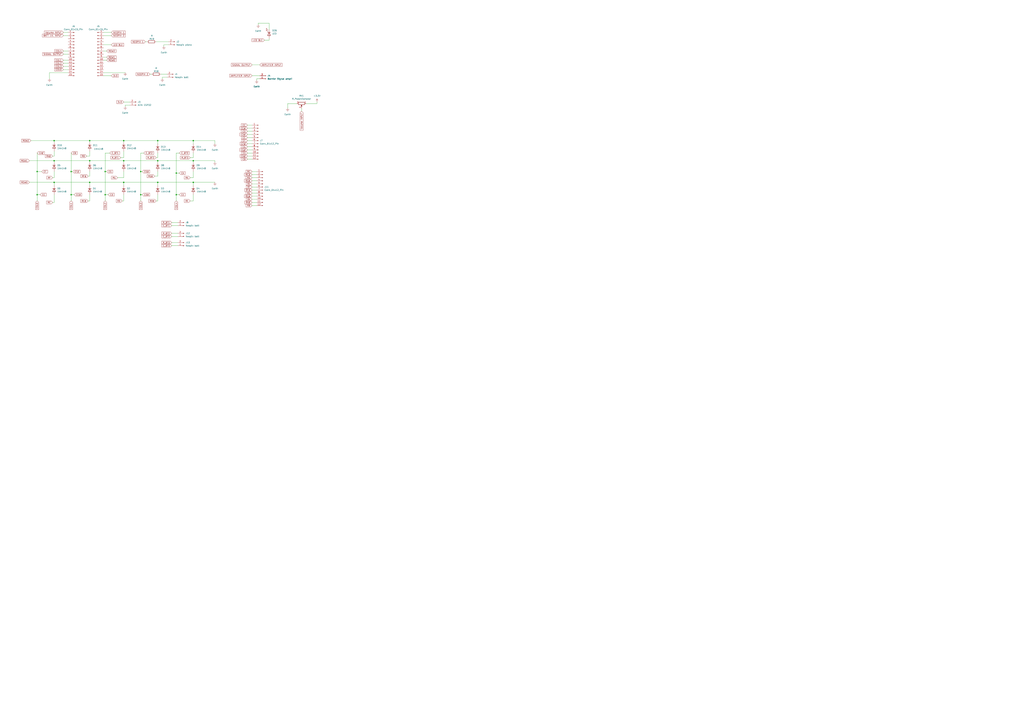
<source format=kicad_sch>
(kicad_sch (version 20231120) (generator "eeschema") (generator_version "8.0")
  (paper "A1")
  (lib_symbols
    (symbol "Connector:Conn_01x02_Pin" (pin_names (offset 1.016) hide)
      (property "Reference" "J" (at 0 2.54 0))
      (property "Value" "Conn_01x02_Pin" (at 0 -5.08 0))
      (symbol "Conn_01x02_Pin_1_1"
        (polyline (pts (xy 1.27 -2.54) (xy 0.8636 -2.54)) (stroke (width 0.1524)))
        (polyline (pts (xy 1.27 0) (xy 0.8636 0)) (stroke (width 0.1524)))
        (rectangle (start 0.8636 -2.413) (end 0 -2.667) (stroke (width 0.1524)) (fill (type outline)))
        (rectangle (start 0.8636 0.127) (end 0 -0.127) (stroke (width 0.1524)) (fill (type outline)))
        (pin passive line (at 5.08 0 180) (length 3.81) (name "Pin_1") (number "1"))
        (pin passive line (at 5.08 -2.54 180) (length 3.81) (name "Pin_2") (number "2"))
      )
    )
    (symbol "Connector:Conn_01x12_Pin" (pin_names (offset 1.016) hide)
      (property "Reference" "J" (at 0 15.24 0))
      (property "Value" "Conn_01x12_Pin" (at 0 -17.78 0))
      (symbol "Conn_01x12_Pin_1_1"
        (polyline (pts (xy 1.27 -15.24) (xy 0.8636 -15.24)) (stroke (width 0.1524)))
        (polyline (pts (xy 1.27 -12.7) (xy 0.8636 -12.7)) (stroke (width 0.1524)))
        (polyline (pts (xy 1.27 -10.16) (xy 0.8636 -10.16)) (stroke (width 0.1524)))
        (polyline (pts (xy 1.27 -7.62) (xy 0.8636 -7.62)) (stroke (width 0.1524)))
        (polyline (pts (xy 1.27 -5.08) (xy 0.8636 -5.08)) (stroke (width 0.1524)))
        (polyline (pts (xy 1.27 -2.54) (xy 0.8636 -2.54)) (stroke (width 0.1524)))
        (polyline (pts (xy 1.27 0) (xy 0.8636 0)) (stroke (width 0.1524)))
        (polyline (pts (xy 1.27 2.54) (xy 0.8636 2.54)) (stroke (width 0.1524)))
        (polyline (pts (xy 1.27 5.08) (xy 0.8636 5.08)) (stroke (width 0.1524)))
        (polyline (pts (xy 1.27 7.62) (xy 0.8636 7.62)) (stroke (width 0.1524)))
        (polyline (pts (xy 1.27 10.16) (xy 0.8636 10.16)) (stroke (width 0.1524)))
        (polyline (pts (xy 1.27 12.7) (xy 0.8636 12.7)) (stroke (width 0.1524)))
        (rectangle (start 0.8636 -15.113) (end 0 -15.367) (stroke (width 0.1524)) (fill (type outline)))
        (rectangle (start 0.8636 -12.573) (end 0 -12.827) (stroke (width 0.1524)) (fill (type outline)))
        (rectangle (start 0.8636 -10.033) (end 0 -10.287) (stroke (width 0.1524)) (fill (type outline)))
        (rectangle (start 0.8636 -7.493) (end 0 -7.747) (stroke (width 0.1524)) (fill (type outline)))
        (rectangle (start 0.8636 -4.953) (end 0 -5.207) (stroke (width 0.1524)) (fill (type outline)))
        (rectangle (start 0.8636 -2.413) (end 0 -2.667) (stroke (width 0.1524)) (fill (type outline)))
        (rectangle (start 0.8636 0.127) (end 0 -0.127) (stroke (width 0.1524)) (fill (type outline)))
        (rectangle (start 0.8636 2.667) (end 0 2.413) (stroke (width 0.1524)) (fill (type outline)))
        (rectangle (start 0.8636 5.207) (end 0 4.953) (stroke (width 0.1524)) (fill (type outline)))
        (rectangle (start 0.8636 7.747) (end 0 7.493) (stroke (width 0.1524)) (fill (type outline)))
        (rectangle (start 0.8636 10.287) (end 0 10.033) (stroke (width 0.1524)) (fill (type outline)))
        (rectangle (start 0.8636 12.827) (end 0 12.573) (stroke (width 0.1524)) (fill (type outline)))
        (pin passive line (at 5.08 12.7 180) (length 3.81) (name "Pin_1") (number "1"))
        (pin passive line (at 5.08 -10.16 180) (length 3.81) (name "Pin_10") (number "10"))
        (pin passive line (at 5.08 -12.7 180) (length 3.81) (name "Pin_11") (number "11"))
        (pin passive line (at 5.08 -15.24 180) (length 3.81) (name "Pin_12") (number "12"))
        (pin passive line (at 5.08 10.16 180) (length 3.81) (name "Pin_2") (number "2"))
        (pin passive line (at 5.08 7.62 180) (length 3.81) (name "Pin_3") (number "3"))
        (pin passive line (at 5.08 5.08 180) (length 3.81) (name "Pin_4") (number "4"))
        (pin passive line (at 5.08 2.54 180) (length 3.81) (name "Pin_5") (number "5"))
        (pin passive line (at 5.08 0 180) (length 3.81) (name "Pin_6") (number "6"))
        (pin passive line (at 5.08 -2.54 180) (length 3.81) (name "Pin_7") (number "7"))
        (pin passive line (at 5.08 -5.08 180) (length 3.81) (name "Pin_8") (number "8"))
        (pin passive line (at 5.08 -7.62 180) (length 3.81) (name "Pin_9") (number "9"))
      )
    )
    (symbol "Connector:Conn_01x15_Pin" (pin_names (offset 1.016) hide)
      (property "Reference" "J" (at 0 20.32 0))
      (property "Value" "Conn_01x15_Pin" (at 0 -20.32 0))
      (symbol "Conn_01x15_Pin_1_1"
        (polyline (pts (xy 1.27 -17.78) (xy 0.8636 -17.78)) (stroke (width 0.1524)))
        (polyline (pts (xy 1.27 -15.24) (xy 0.8636 -15.24)) (stroke (width 0.1524)))
        (polyline (pts (xy 1.27 -12.7) (xy 0.8636 -12.7)) (stroke (width 0.1524)))
        (polyline (pts (xy 1.27 -10.16) (xy 0.8636 -10.16)) (stroke (width 0.1524)))
        (polyline (pts (xy 1.27 -7.62) (xy 0.8636 -7.62)) (stroke (width 0.1524)))
        (polyline (pts (xy 1.27 -5.08) (xy 0.8636 -5.08)) (stroke (width 0.1524)))
        (polyline (pts (xy 1.27 -2.54) (xy 0.8636 -2.54)) (stroke (width 0.1524)))
        (polyline (pts (xy 1.27 0) (xy 0.8636 0)) (stroke (width 0.1524)))
        (polyline (pts (xy 1.27 2.54) (xy 0.8636 2.54)) (stroke (width 0.1524)))
        (polyline (pts (xy 1.27 5.08) (xy 0.8636 5.08)) (stroke (width 0.1524)))
        (polyline (pts (xy 1.27 7.62) (xy 0.8636 7.62)) (stroke (width 0.1524)))
        (polyline (pts (xy 1.27 10.16) (xy 0.8636 10.16)) (stroke (width 0.1524)))
        (polyline (pts (xy 1.27 12.7) (xy 0.8636 12.7)) (stroke (width 0.1524)))
        (polyline (pts (xy 1.27 15.24) (xy 0.8636 15.24)) (stroke (width 0.1524)))
        (polyline (pts (xy 1.27 17.78) (xy 0.8636 17.78)) (stroke (width 0.1524)))
        (rectangle (start 0.8636 -17.653) (end 0 -17.907) (stroke (width 0.1524)) (fill (type outline)))
        (rectangle (start 0.8636 -15.113) (end 0 -15.367) (stroke (width 0.1524)) (fill (type outline)))
        (rectangle (start 0.8636 -12.573) (end 0 -12.827) (stroke (width 0.1524)) (fill (type outline)))
        (rectangle (start 0.8636 -10.033) (end 0 -10.287) (stroke (width 0.1524)) (fill (type outline)))
        (rectangle (start 0.8636 -7.493) (end 0 -7.747) (stroke (width 0.1524)) (fill (type outline)))
        (rectangle (start 0.8636 -4.953) (end 0 -5.207) (stroke (width 0.1524)) (fill (type outline)))
        (rectangle (start 0.8636 -2.413) (end 0 -2.667) (stroke (width 0.1524)) (fill (type outline)))
        (rectangle (start 0.8636 0.127) (end 0 -0.127) (stroke (width 0.1524)) (fill (type outline)))
        (rectangle (start 0.8636 2.667) (end 0 2.413) (stroke (width 0.1524)) (fill (type outline)))
        (rectangle (start 0.8636 5.207) (end 0 4.953) (stroke (width 0.1524)) (fill (type outline)))
        (rectangle (start 0.8636 7.747) (end 0 7.493) (stroke (width 0.1524)) (fill (type outline)))
        (rectangle (start 0.8636 10.287) (end 0 10.033) (stroke (width 0.1524)) (fill (type outline)))
        (rectangle (start 0.8636 12.827) (end 0 12.573) (stroke (width 0.1524)) (fill (type outline)))
        (rectangle (start 0.8636 15.367) (end 0 15.113) (stroke (width 0.1524)) (fill (type outline)))
        (rectangle (start 0.8636 17.907) (end 0 17.653) (stroke (width 0.1524)) (fill (type outline)))
        (pin passive line (at 5.08 17.78 180) (length 3.81) (name "Pin_1") (number "1"))
        (pin passive line (at 5.08 -5.08 180) (length 3.81) (name "Pin_10") (number "10"))
        (pin passive line (at 5.08 -7.62 180) (length 3.81) (name "Pin_11") (number "11"))
        (pin passive line (at 5.08 -10.16 180) (length 3.81) (name "Pin_12") (number "12"))
        (pin passive line (at 5.08 -12.7 180) (length 3.81) (name "Pin_13") (number "13"))
        (pin passive line (at 5.08 -15.24 180) (length 3.81) (name "Pin_14") (number "14"))
        (pin passive line (at 5.08 -17.78 180) (length 3.81) (name "Pin_15") (number "15"))
        (pin passive line (at 5.08 15.24 180) (length 3.81) (name "Pin_2") (number "2"))
        (pin passive line (at 5.08 12.7 180) (length 3.81) (name "Pin_3") (number "3"))
        (pin passive line (at 5.08 10.16 180) (length 3.81) (name "Pin_4") (number "4"))
        (pin passive line (at 5.08 7.62 180) (length 3.81) (name "Pin_5") (number "5"))
        (pin passive line (at 5.08 5.08 180) (length 3.81) (name "Pin_6") (number "6"))
        (pin passive line (at 5.08 2.54 180) (length 3.81) (name "Pin_7") (number "7"))
        (pin passive line (at 5.08 0 180) (length 3.81) (name "Pin_8") (number "8"))
        (pin passive line (at 5.08 -2.54 180) (length 3.81) (name "Pin_9") (number "9"))
      )
    )
    (symbol "Device:LED" (pin_numbers hide) (pin_names (offset 1.016) hide)
      (property "Reference" "D" (at 0 2.54 0))
      (property "Value" "LED" (at 0 -2.54 0))
      (symbol "LED_0_1"
        (polyline (pts (xy -1.27 -1.27) (xy -1.27 1.27)) (stroke (width 0.254)))
        (polyline (pts (xy -1.27 0) (xy 1.27 0)))
        (polyline (pts (xy 1.27 -1.27) (xy 1.27 1.27) (xy -1.27 0) (xy 1.27 -1.27)) (stroke (width 0.254)))
        (polyline (pts (xy -3.048 -0.762) (xy -4.572 -2.286) (xy -3.81 -2.286) (xy -4.572 -2.286) (xy -4.572 -1.524)))
        (polyline (pts (xy -1.778 -0.762) (xy -3.302 -2.286) (xy -2.54 -2.286) (xy -3.302 -2.286) (xy -3.302 -1.524)))
      )
      (symbol "LED_1_1"
        (pin passive line (at -3.81 0 0) (length 2.54) (name "K") (number "1"))
        (pin passive line (at 3.81 0 180) (length 2.54) (name "A") (number "2"))
      )
    )
    (symbol "Device:R" (pin_numbers hide) (pin_names (offset 0))
      (property "Reference" "R" (at 2.032 0 90))
      (property "Value" "R" (at 0 0 90))
      (symbol "R_0_1"
        (rectangle (start -1.016 -2.54) (end 1.016 2.54) (stroke (width 0.254)))
      )
      (symbol "R_1_1"
        (pin passive line (at 0 3.81 270) (length 1.27) (name "~") (number "1"))
        (pin passive line (at 0 -3.81 90) (length 1.27) (name "~") (number "2"))
      )
    )
    (symbol "Device:R_Potentiometer" (pin_names (offset 1.016) hide)
      (property "Reference" "RV" (at -4.445 0 90))
      (property "Value" "R_Potentiometer" (at -2.54 0 90))
      (symbol "R_Potentiometer_0_1"
        (polyline (pts (xy 2.54 0) (xy 1.524 0)))
        (polyline (pts (xy 1.143 0) (xy 2.286 0.508) (xy 2.286 -0.508) (xy 1.143 0)) (fill (type outline)))
        (rectangle (start 1.016 2.54) (end -1.016 -2.54) (stroke (width 0.254)))
      )
      (symbol "R_Potentiometer_1_1"
        (pin passive line (at 0 3.81 270) (length 1.27) (name "1") (number "1"))
        (pin passive line (at 3.81 0 180) (length 1.27) (name "2") (number "2"))
        (pin passive line (at 0 -3.81 90) (length 1.27) (name "3") (number "3"))
      )
    )
    (symbol "Diode:1N4148" (pin_numbers hide) (pin_names hide)
      (property "Reference" "D" (at 0 2.54 0))
      (property "Value" "1N4148" (at 0 -2.54 0))
      (symbol "1N4148_0_1"
        (polyline (pts (xy -1.27 1.27) (xy -1.27 -1.27)) (stroke (width 0.254)))
        (polyline (pts (xy 1.27 0) (xy -1.27 0)))
        (polyline (pts (xy 1.27 1.27) (xy 1.27 -1.27) (xy -1.27 0) (xy 1.27 1.27)) (stroke (width 0.254)))
      )
      (symbol "1N4148_1_1"
        (pin passive line (at -3.81 0 0) (length 2.54) (name "K") (number "1"))
        (pin passive line (at 3.81 0 180) (length 2.54) (name "A") (number "2"))
      )
    )
    (symbol "power:+3.3V" (power) (pin_numbers hide) (pin_names (offset 0) hide)
      (property "Value" "+3.3V" (at 0 3.556 0))
      (symbol "+3.3V_0_1"
        (polyline (pts (xy -0.762 1.27) (xy 0 2.54)))
        (polyline (pts (xy 0 0) (xy 0 2.54)))
        (polyline (pts (xy 0 2.54) (xy 0.762 1.27)))
      )
      (symbol "+3.3V_1_1"
        (pin power_in line (at 0 0 90) (length 0) (name "~") (number "1"))
      )
    )
    (symbol "power:Earth" (power) (pin_numbers hide) (pin_names (offset 0) hide)
      (property "Value" "Earth" (at 0 -3.81 0))
      (symbol "Earth_0_1"
        (polyline (pts (xy -0.635 -1.905) (xy 0.635 -1.905)))
        (polyline (pts (xy -0.127 -2.54) (xy 0.127 -2.54)))
        (polyline (pts (xy 0 -1.27) (xy 0 0)))
        (polyline (pts (xy 1.27 -1.27) (xy -1.27 -1.27)))
      )
      (symbol "Earth_1_1"
        (pin power_in line (at 0 0 270) (length 0) (name "~") (number "1"))
      )
    )
  )
  (junction (at 30.48 160.02))
  (junction (at 101.6 149.86))
  (junction (at 44.45 149.86))
  (junction (at 129.54 149.86))
  (junction (at 101.6 115.57))
  (junction (at 158.75 149.86))
  (junction (at 58.42 140.97))
  (junction (at 44.45 132.08))
  (junction (at 115.57 160.02))
  (junction (at 86.36 160.02))
  (junction (at 73.66 132.08))
  (junction (at 86.36 140.97))
  (junction (at 115.57 140.97))
  (junction (at 101.6 132.08))
  (junction (at 158.75 115.57))
  (junction (at 73.66 149.86))
  (junction (at 73.66 115.57))
  (junction (at 144.78 160.02))
  (junction (at 44.45 115.57))
  (junction (at 144.78 142.24))
  (junction (at 129.54 115.57))
  (junction (at 158.75 132.08))
  (junction (at 129.54 132.08))
  (junction (at 30.48 140.97))
  (junction (at 58.42 160.02))
  (wire (pts (xy 260.35 83.82) (xy 260.35 85.09)))
  (wire (pts (xy 85.09 41.91) (xy 87.63 41.91)))
  (wire (pts (xy 44.45 166.37) (xy 43.18 166.37)))
  (wire (pts (xy 73.66 160.02) (xy 73.66 165.1)))
  (wire (pts (xy 132.08 60.96) (xy 137.16 60.96)))
  (wire (pts (xy 129.54 115.57) (xy 101.6 115.57)))
  (wire (pts (xy 158.75 165.1) (xy 156.21 165.1)))
  (wire (pts (xy 144.78 160.02) (xy 144.78 165.1)))
  (wire (pts (xy 55.88 26.67) (xy 52.07 26.67)))
  (wire (pts (xy 52.07 57.15) (xy 55.88 57.15)))
  (wire (pts (xy 73.66 144.78) (xy 72.39 144.78)))
  (wire (pts (xy 207.01 163.83) (xy 210.82 163.83)))
  (wire (pts (xy 73.66 149.86) (xy 101.6 149.86)))
  (wire (pts (xy 158.75 146.05) (xy 156.21 146.05)))
  (wire (pts (xy 203.2 113.03) (xy 207.01 113.03)))
  (wire (pts (xy 140.97 182.88) (xy 146.05 182.88)))
  (wire (pts (xy 207.01 161.29) (xy 210.82 161.29)))
  (wire (pts (xy 44.45 160.02) (xy 44.45 166.37)))
  (wire (pts (xy 44.45 133.35) (xy 44.45 132.08)))
  (wire (pts (xy 52.07 52.07) (xy 55.88 52.07)))
  (wire (pts (xy 101.6 165.1) (xy 100.33 165.1)))
  (wire (pts (xy 140.97 201.93) (xy 146.05 201.93)))
  (wire (pts (xy 129.54 152.4) (xy 129.54 149.86)))
  (wire (pts (xy 220.98 19.05) (xy 220.98 24.13)))
  (wire (pts (xy 115.57 160.02) (xy 116.84 160.02)))
  (wire (pts (xy 40.64 59.69) (xy 40.64 64.77)))
  (wire (pts (xy 158.75 125.73) (xy 158.75 129.54)))
  (wire (pts (xy 24.13 149.86) (xy 44.45 149.86)))
  (wire (pts (xy 44.45 115.57) (xy 73.66 115.57)))
  (wire (pts (xy 115.57 125.73) (xy 118.11 125.73)))
  (wire (pts (xy 207.01 156.21) (xy 210.82 156.21)))
  (wire (pts (xy 207.01 140.97) (xy 210.82 140.97)))
  (wire (pts (xy 203.2 123.19) (xy 207.01 123.19)))
  (wire (pts (xy 85.09 46.99) (xy 87.63 46.99)))
  (wire (pts (xy 73.66 128.27) (xy 71.12 128.27)))
  (wire (pts (xy 207.01 166.37) (xy 210.82 166.37)))
  (wire (pts (xy 203.2 125.73) (xy 207.01 125.73)))
  (wire (pts (xy 102.87 87.63) (xy 102.87 86.36)))
  (wire (pts (xy 73.66 116.84) (xy 73.66 115.57)))
  (wire (pts (xy 52.07 54.61) (xy 55.88 54.61)))
  (wire (pts (xy 85.09 26.67) (xy 91.44 26.67)))
  (wire (pts (xy 86.36 125.73) (xy 90.17 125.73)))
  (wire (pts (xy 101.6 83.82) (xy 106.68 83.82)))
  (wire (pts (xy 129.54 165.1) (xy 128.27 165.1)))
  (wire (pts (xy 24.13 132.08) (xy 44.45 132.08)))
  (wire (pts (xy 101.6 124.46) (xy 101.6 129.54)))
  (wire (pts (xy 207.01 153.67) (xy 210.82 153.67)))
  (wire (pts (xy 85.09 62.23) (xy 91.44 62.23)))
  (wire (pts (xy 73.66 133.35) (xy 73.66 132.08)))
  (wire (pts (xy 85.09 59.69) (xy 102.87 59.69)))
  (wire (pts (xy 129.54 129.54) (xy 128.27 129.54)))
  (wire (pts (xy 44.45 149.86) (xy 73.66 149.86)))
  (wire (pts (xy 158.75 140.97) (xy 158.75 146.05)))
  (wire (pts (xy 101.6 129.54) (xy 99.06 129.54)))
  (wire (pts (xy 52.07 49.53) (xy 55.88 49.53)))
  (wire (pts (xy 129.54 125.73) (xy 129.54 129.54)))
  (wire (pts (xy 101.6 140.97) (xy 101.6 146.05)))
  (wire (pts (xy 147.32 142.24) (xy 144.78 142.24)))
  (wire (pts (xy 158.75 152.4) (xy 158.75 149.86)))
  (wire (pts (xy 207.01 146.05) (xy 210.82 146.05)))
  (wire (pts (xy 203.2 128.27) (xy 207.01 128.27)))
  (wire (pts (xy 86.36 125.73) (xy 86.36 140.97)))
  (wire (pts (xy 85.09 29.21) (xy 91.44 29.21)))
  (wire (pts (xy 101.6 160.02) (xy 101.6 165.1)))
  (wire (pts (xy 85.09 36.83) (xy 91.44 36.83)))
  (wire (pts (xy 158.75 133.35) (xy 158.75 132.08)))
  (wire (pts (xy 73.66 149.86) (xy 73.66 152.4)))
  (wire (pts (xy 86.36 160.02) (xy 86.36 165.1)))
  (wire (pts (xy 140.97 191.77) (xy 146.05 191.77)))
  (wire (pts (xy 140.97 194.31) (xy 146.05 194.31)))
  (wire (pts (xy 86.36 160.02) (xy 88.9 160.02)))
  (wire (pts (xy 101.6 132.08) (xy 101.6 133.35)))
  (wire (pts (xy 158.75 149.86) (xy 176.53 149.86)))
  (wire (pts (xy 129.54 133.35) (xy 129.54 132.08)))
  (wire (pts (xy 58.42 160.02) (xy 60.96 160.02)))
  (wire (pts (xy 176.53 118.11) (xy 176.53 115.57)))
  (wire (pts (xy 58.42 125.73) (xy 58.42 140.97)))
  (wire (pts (xy 73.66 165.1) (xy 72.39 165.1)))
  (wire (pts (xy 140.97 199.39) (xy 146.05 199.39)))
  (wire (pts (xy 85.09 49.53) (xy 87.63 49.53)))
  (wire (pts (xy 44.45 128.27) (xy 43.18 128.27)))
  (wire (pts (xy 207.01 151.13) (xy 210.82 151.13)))
  (wire (pts (xy 203.2 105.41) (xy 207.01 105.41)))
  (wire (pts (xy 203.2 118.11) (xy 207.01 118.11)))
  (wire (pts (xy 207.01 62.23) (xy 213.36 62.23)))
  (wire (pts (xy 101.6 149.86) (xy 101.6 152.4)))
  (wire (pts (xy 129.54 132.08) (xy 158.75 132.08)))
  (wire (pts (xy 101.6 115.57) (xy 101.6 116.84)))
  (wire (pts (xy 144.78 125.73) (xy 147.32 125.73)))
  (wire (pts (xy 144.78 125.73) (xy 144.78 142.24)))
  (wire (pts (xy 58.42 160.02) (xy 58.42 165.1)))
  (wire (pts (xy 58.42 140.97) (xy 58.42 160.02)))
  (wire (pts (xy 115.57 140.97) (xy 115.57 160.02)))
  (wire (pts (xy 203.2 102.87) (xy 207.01 102.87)))
  (wire (pts (xy 128.27 34.29) (xy 138.43 34.29)))
  (wire (pts (xy 44.45 116.84) (xy 44.45 115.57)))
  (wire (pts (xy 213.36 64.77) (xy 210.82 64.77)))
  (wire (pts (xy 133.35 63.5) (xy 137.16 63.5)))
  (wire (pts (xy 52.07 29.21) (xy 55.88 29.21)))
  (wire (pts (xy 220.98 31.75) (xy 220.98 33.02)))
  (wire (pts (xy 86.36 140.97) (xy 87.63 140.97)))
  (wire (pts (xy 144.78 142.24) (xy 144.78 160.02)))
  (wire (pts (xy 203.2 110.49) (xy 207.01 110.49)))
  (wire (pts (xy 86.36 140.97) (xy 86.36 160.02)))
  (wire (pts (xy 44.45 140.97) (xy 44.45 146.05)))
  (wire (pts (xy 203.2 115.57) (xy 207.01 115.57)))
  (wire (pts (xy 207.01 148.59) (xy 210.82 148.59)))
  (wire (pts (xy 123.19 60.96) (xy 124.46 60.96)))
  (wire (pts (xy 236.22 85.09) (xy 243.84 85.09)))
  (wire (pts (xy 203.2 107.95) (xy 207.01 107.95)))
  (wire (pts (xy 115.57 160.02) (xy 115.57 165.1)))
  (wire (pts (xy 30.48 140.97) (xy 34.29 140.97)))
  (wire (pts (xy 129.54 140.97) (xy 129.54 144.78)))
  (wire (pts (xy 158.75 129.54) (xy 156.21 129.54)))
  (wire (pts (xy 158.75 115.57) (xy 158.75 118.11)))
  (wire (pts (xy 44.45 149.86) (xy 44.45 152.4)))
  (wire (pts (xy 115.57 125.73) (xy 115.57 140.97)))
  (wire (pts (xy 33.02 160.02) (xy 30.48 160.02)))
  (wire (pts (xy 30.48 125.73) (xy 30.48 140.97)))
  (wire (pts (xy 220.98 33.02) (xy 217.17 33.02)))
  (wire (pts (xy 129.54 149.86) (xy 158.75 149.86)))
  (wire (pts (xy 140.97 185.42) (xy 146.05 185.42)))
  (wire (pts (xy 102.87 86.36) (xy 106.68 86.36)))
  (wire (pts (xy 119.38 34.29) (xy 120.65 34.29)))
  (wire (pts (xy 73.66 115.57) (xy 101.6 115.57)))
  (wire (pts (xy 44.45 115.57) (xy 25.4 115.57)))
  (wire (pts (xy 133.35 64.77) (xy 133.35 63.5)))
  (wire (pts (xy 30.48 140.97) (xy 30.48 160.02)))
  (wire (pts (xy 203.2 120.65) (xy 207.01 120.65)))
  (wire (pts (xy 44.45 146.05) (xy 43.18 146.05)))
  (wire (pts (xy 101.6 146.05) (xy 96.52 146.05)))
  (wire (pts (xy 207.01 53.34) (xy 213.36 53.34)))
  (wire (pts (xy 129.54 160.02) (xy 129.54 165.1)))
  (wire (pts (xy 30.48 160.02) (xy 30.48 165.1)))
  (wire (pts (xy 129.54 115.57) (xy 158.75 115.57)))
  (wire (pts (xy 44.45 132.08) (xy 73.66 132.08)))
  (wire (pts (xy 236.22 85.09) (xy 236.22 88.9)))
  (wire (pts (xy 52.07 41.91) (xy 55.88 41.91)))
  (wire (pts (xy 129.54 115.57) (xy 129.54 118.11)))
  (wire (pts (xy 101.6 132.08) (xy 129.54 132.08)))
  (wire (pts (xy 59.69 140.97) (xy 58.42 140.97)))
  (wire (pts (xy 134.62 36.83) (xy 134.62 38.1)))
  (wire (pts (xy 176.53 133.35) (xy 176.53 132.08)))
  (wire (pts (xy 176.53 132.08) (xy 158.75 132.08)))
  (wire (pts (xy 73.66 132.08) (xy 101.6 132.08)))
  (wire (pts (xy 52.07 44.45) (xy 55.88 44.45)))
  (wire (pts (xy 247.65 88.9) (xy 247.65 91.44)))
  (wire (pts (xy 55.88 59.69) (xy 40.64 59.69)))
  (wire (pts (xy 101.6 149.86) (xy 129.54 149.86)))
  (wire (pts (xy 212.09 19.05) (xy 212.09 20.32)))
  (wire (pts (xy 207.01 158.75) (xy 210.82 158.75)))
  (wire (pts (xy 73.66 140.97) (xy 73.66 144.78)))
  (wire (pts (xy 138.43 36.83) (xy 134.62 36.83)))
  (wire (pts (xy 203.2 130.81) (xy 207.01 130.81)))
  (wire (pts (xy 144.78 160.02) (xy 147.32 160.02)))
  (wire (pts (xy 207.01 168.91) (xy 210.82 168.91)))
  (wire (pts (xy 210.82 64.77) (xy 210.82 66.04)))
  (wire (pts (xy 207.01 143.51) (xy 210.82 143.51)))
  (wire (pts (xy 116.84 140.97) (xy 115.57 140.97)))
  (wire (pts (xy 44.45 124.46) (xy 44.45 128.27)))
  (wire (pts (xy 73.66 124.46) (xy 73.66 128.27)))
  (wire (pts (xy 176.53 115.57) (xy 158.75 115.57)))
  (wire (pts (xy 158.75 160.02) (xy 158.75 165.1)))
  (wire (pts (xy 129.54 144.78) (xy 127 144.78)))
  (wire (pts (xy 212.09 19.05) (xy 220.98 19.05)))
  (wire (pts (xy 251.46 85.09) (xy 260.35 85.09)))
  (global_label "CE" (shape input) (at 147.32 160.02 0) (property "Intersheetrefs" "${INTERSHEET_REFS}" (effects (hide yes))))
  (global_label "RA" (shape input) (at 207.01 163.83 180) (property "Intersheetrefs" "${INTERSHEET_REFS}" (effects (hide yes))))
  (global_label "RF" (shape input) (at 43.18 146.05 180) (property "Intersheetrefs" "${INTERSHEET_REFS}" (effects (hide yes))))
  (global_label "RG" (shape input) (at 96.52 146.05 180) (property "Intersheetrefs" "${INTERSHEET_REFS}" (effects (hide yes))))
  (global_label "CG#" (shape input) (at 203.2 123.19 180) (property "Intersheetrefs" "${INTERSHEET_REFS}" (effects (hide yes))))
  (global_label "COL4" (shape input) (at 52.07 41.91 180) (property "Intersheetrefs" "${INTERSHEET_REFS}" (effects (hide yes))))
  (global_label "RA#" (shape input) (at 43.18 128.27 180) (property "Intersheetrefs" "${INTERSHEET_REFS}" (effects (hide yes))))
  (global_label "C_BT1" (shape input) (at 90.17 125.73 0) (property "Intersheetrefs" "${INTERSHEET_REFS}" (effects (hide yes))))
  (global_label "R_BT3" (shape input) (at 140.97 199.39 180) (property "Intersheetrefs" "${INTERSHEET_REFS}" (effects (hide yes))))
  (global_label "LED BLE" (shape input) (at 91.44 36.83 0) (property "Intersheetrefs" "${INTERSHEET_REFS}" (effects (hide yes))))
  (global_label "COL0" (shape input) (at 30.48 165.1 270) (property "Intersheetrefs" "${INTERSHEET_REFS}" (effects (hide yes))))
  (global_label "CE" (shape input) (at 203.2 113.03 180) (property "Intersheetrefs" "${INTERSHEET_REFS}" (effects (hide yes))))
  (global_label "RE" (shape input) (at 207.01 151.13 180) (property "Intersheetrefs" "${INTERSHEET_REFS}" (effects (hide yes))))
  (global_label "CB" (shape input) (at 203.2 130.81 180) (property "Intersheetrefs" "${INTERSHEET_REFS}" (effects (hide yes))))
  (global_label "ROW2" (shape input) (at 25.4 115.57 180) (property "Intersheetrefs" "${INTERSHEET_REFS}" (effects (hide yes))))
  (global_label "AMPLIFIER INPUT" (shape input) (at 213.36 53.34 0) (property "Intersheetrefs" "${INTERSHEET_REFS}" (effects (hide yes))))
  (global_label "CG" (shape input) (at 203.2 120.65 180) (property "Intersheetrefs" "${INTERSHEET_REFS}" (effects (hide yes))))
  (global_label "CG#" (shape input) (at 116.84 140.97 0) (property "Intersheetrefs" "${INTERSHEET_REFS}" (effects (hide yes))))
  (global_label "R_BT2" (shape input) (at 128.27 129.54 180) (property "Intersheetrefs" "${INTERSHEET_REFS}" (effects (hide yes))))
  (global_label "R_BT1" (shape input) (at 140.97 182.88 180) (property "Intersheetrefs" "${INTERSHEET_REFS}" (effects (hide yes))))
  (global_label "RC" (shape input) (at 43.18 166.37 180) (property "Intersheetrefs" "${INTERSHEET_REFS}" (effects (hide yes))))
  (global_label "ROW0" (shape input) (at 24.13 149.86 180) (property "Intersheetrefs" "${INTERSHEET_REFS}" (effects (hide yes))))
  (global_label "RB" (shape input) (at 71.12 128.27 180) (property "Intersheetrefs" "${INTERSHEET_REFS}" (effects (hide yes))))
  (global_label "RG#" (shape input) (at 207.01 161.29 180) (property "Intersheetrefs" "${INTERSHEET_REFS}" (effects (hide yes))))
  (global_label "BATT LVL INPUT" (shape input) (at 52.07 29.21 180) (property "Intersheetrefs" "${INTERSHEET_REFS}" (effects (hide yes))))
  (global_label "RF#" (shape input) (at 72.39 144.78 180) (property "Intersheetrefs" "${INTERSHEET_REFS}" (effects (hide yes))))
  (global_label "CD#" (shape input) (at 116.84 160.02 0) (property "Intersheetrefs" "${INTERSHEET_REFS}" (effects (hide yes))))
  (global_label "RA" (shape input) (at 156.21 146.05 180) (property "Intersheetrefs" "${INTERSHEET_REFS}" (effects (hide yes))))
  (global_label "CF#" (shape input) (at 59.69 140.97 0) (property "Intersheetrefs" "${INTERSHEET_REFS}" (effects (hide yes))))
  (global_label "RC#" (shape input) (at 207.01 143.51 180) (property "Intersheetrefs" "${INTERSHEET_REFS}" (effects (hide yes))))
  (global_label "Volume INPUT" (shape input) (at 52.07 26.67 180) (property "Intersheetrefs" "${INTERSHEET_REFS}" (effects (hide yes))))
  (global_label "Volume INPUT" (shape input) (at 247.65 91.44 270) (property "Intersheetrefs" "${INTERSHEET_REFS}" (effects (hide yes))))
  (global_label "C_BT3" (shape input) (at 140.97 201.93 180) (property "Intersheetrefs" "${INTERSHEET_REFS}" (effects (hide yes))))
  (global_label "NEOPIX 2" (shape input) (at 123.19 60.96 180) (property "Intersheetrefs" "${INTERSHEET_REFS}" (effects (hide yes))))
  (global_label "CA" (shape input) (at 147.32 142.24 0) (property "Intersheetrefs" "${INTERSHEET_REFS}" (effects (hide yes))))
  (global_label "R_BT1" (shape input) (at 99.06 129.54 180) (property "Intersheetrefs" "${INTERSHEET_REFS}" (effects (hide yes))))
  (global_label "R_BT2" (shape input) (at 140.97 191.77 180) (property "Intersheetrefs" "${INTERSHEET_REFS}" (effects (hide yes))))
  (global_label "CC" (shape input) (at 203.2 102.87 180) (property "Intersheetrefs" "${INTERSHEET_REFS}" (effects (hide yes))))
  (global_label "RD#" (shape input) (at 128.27 165.1 180) (property "Intersheetrefs" "${INTERSHEET_REFS}" (effects (hide yes))))
  (global_label "AMPLIFIER INPUT" (shape input) (at 207.01 62.23 180) (property "Intersheetrefs" "${INTERSHEET_REFS}" (effects (hide yes))))
  (global_label "CA#" (shape input) (at 203.2 128.27 180) (property "Intersheetrefs" "${INTERSHEET_REFS}" (effects (hide yes))))
  (global_label "CF#" (shape input) (at 203.2 118.11 180) (property "Intersheetrefs" "${INTERSHEET_REFS}" (effects (hide yes))))
  (global_label "R_BT3" (shape input) (at 156.21 129.54 180) (property "Intersheetrefs" "${INTERSHEET_REFS}" (effects (hide yes))))
  (global_label "LED BLE" (shape input) (at 217.17 33.02 180) (property "Intersheetrefs" "${INTERSHEET_REFS}" (effects (hide yes))))
  (global_label "COL4" (shape input) (at 144.78 165.1 270) (property "Intersheetrefs" "${INTERSHEET_REFS}" (effects (hide yes))))
  (global_label "CD#" (shape input) (at 203.2 110.49 180) (property "Intersheetrefs" "${INTERSHEET_REFS}" (effects (hide yes))))
  (global_label "COL3" (shape input) (at 115.57 165.1 270) (property "Intersheetrefs" "${INTERSHEET_REFS}" (effects (hide yes))))
  (global_label "CC#" (shape input) (at 203.2 105.41 180) (property "Intersheetrefs" "${INTERSHEET_REFS}" (effects (hide yes))))
  (global_label "COL0" (shape input) (at 52.07 57.15 180) (property "Intersheetrefs" "${INTERSHEET_REFS}" (effects (hide yes))))
  (global_label "NEOPIX 2" (shape input) (at 91.44 29.21 0) (property "Intersheetrefs" "${INTERSHEET_REFS}" (effects (hide yes))))
  (global_label "ROW1" (shape input) (at 87.63 46.99 0) (property "Intersheetrefs" "${INTERSHEET_REFS}" (effects (hide yes))))
  (global_label "RD#" (shape input) (at 207.01 148.59 180) (property "Intersheetrefs" "${INTERSHEET_REFS}" (effects (hide yes))))
  (global_label "3v3" (shape input) (at 91.44 62.23 0) (property "Intersheetrefs" "${INTERSHEET_REFS}" (effects (hide yes))))
  (global_label "C_BT2" (shape input) (at 140.97 194.31 180) (property "Intersheetrefs" "${INTERSHEET_REFS}" (effects (hide yes))))
  (global_label "RD" (shape input) (at 100.33 165.1 180) (property "Intersheetrefs" "${INTERSHEET_REFS}" (effects (hide yes))))
  (global_label "CA#" (shape input) (at 30.48 125.73 0) (property "Intersheetrefs" "${INTERSHEET_REFS}" (effects (hide yes))))
  (global_label "CD" (shape input) (at 203.2 107.95 180) (property "Intersheetrefs" "${INTERSHEET_REFS}" (effects (hide yes))))
  (global_label "RF" (shape input) (at 207.01 153.67 180) (property "Intersheetrefs" "${INTERSHEET_REFS}" (effects (hide yes))))
  (global_label "SIGNAL OUTPUT" (shape input) (at 52.07 44.45 180) (property "Intersheetrefs" "${INTERSHEET_REFS}" (effects (hide yes))))
  (global_label "NEOPIX 1" (shape input) (at 119.38 34.29 180) (property "Intersheetrefs" "${INTERSHEET_REFS}" (effects (hide yes))))
  (global_label "C_BT2" (shape input) (at 118.11 125.73 0) (property "Intersheetrefs" "${INTERSHEET_REFS}" (effects (hide yes))))
  (global_label "RE" (shape input) (at 156.21 165.1 180) (property "Intersheetrefs" "${INTERSHEET_REFS}" (effects (hide yes))))
  (global_label "RD" (shape input) (at 207.01 146.05 180) (property "Intersheetrefs" "${INTERSHEET_REFS}" (effects (hide yes))))
  (global_label "SIGNAL OUTPUT" (shape input) (at 207.01 53.34 180) (property "Intersheetrefs" "${INTERSHEET_REFS}" (effects (hide yes))))
  (global_label "RC" (shape input) (at 207.01 140.97 180) (property "Intersheetrefs" "${INTERSHEET_REFS}" (effects (hide yes))))
  (global_label "CF" (shape input) (at 34.29 140.97 0) (property "Intersheetrefs" "${INTERSHEET_REFS}" (effects (hide yes))))
  (global_label "RB" (shape input) (at 207.01 168.91 180) (property "Intersheetrefs" "${INTERSHEET_REFS}" (effects (hide yes))))
  (global_label "RF#" (shape input) (at 207.01 156.21 180) (property "Intersheetrefs" "${INTERSHEET_REFS}" (effects (hide yes))))
  (global_label "CA" (shape input) (at 203.2 125.73 180) (property "Intersheetrefs" "${INTERSHEET_REFS}" (effects (hide yes))))
  (global_label "3v3" (shape input) (at 101.6 83.82 180) (property "Intersheetrefs" "${INTERSHEET_REFS}" (effects (hide yes))))
  (global_label "RC#" (shape input) (at 72.39 165.1 180) (property "Intersheetrefs" "${INTERSHEET_REFS}" (effects (hide yes))))
  (global_label "ROW2" (shape input) (at 87.63 41.91 0) (property "Intersheetrefs" "${INTERSHEET_REFS}" (effects (hide yes))))
  (global_label "RG" (shape input) (at 207.01 158.75 180) (property "Intersheetrefs" "${INTERSHEET_REFS}" (effects (hide yes))))
  (global_label "COL2" (shape input) (at 86.36 165.1 270) (property "Intersheetrefs" "${INTERSHEET_REFS}" (effects (hide yes))))
  (global_label "C_BT1" (shape input) (at 140.97 185.42 180) (property "Intersheetrefs" "${INTERSHEET_REFS}" (effects (hide yes))))
  (global_label "COL2" (shape input) (at 52.07 52.07 180) (property "Intersheetrefs" "${INTERSHEET_REFS}" (effects (hide yes))))
  (global_label "CG" (shape input) (at 87.63 140.97 0) (property "Intersheetrefs" "${INTERSHEET_REFS}" (effects (hide yes))))
  (global_label "CC#" (shape input) (at 60.96 160.02 0) (property "Intersheetrefs" "${INTERSHEET_REFS}" (effects (hide yes))))
  (global_label "CD" (shape input) (at 88.9 160.02 0) (property "Intersheetrefs" "${INTERSHEET_REFS}" (effects (hide yes))))
  (global_label "ROW1" (shape input) (at 24.13 132.08 180) (property "Intersheetrefs" "${INTERSHEET_REFS}" (effects (hide yes))))
  (global_label "ROW0" (shape input) (at 87.63 49.53 0) (property "Intersheetrefs" "${INTERSHEET_REFS}" (effects (hide yes))))
  (global_label "COL1" (shape input) (at 58.42 165.1 270) (property "Intersheetrefs" "${INTERSHEET_REFS}" (effects (hide yes))))
  (global_label "COL3" (shape input) (at 52.07 54.61 180) (property "Intersheetrefs" "${INTERSHEET_REFS}" (effects (hide yes))))
  (global_label "CC" (shape input) (at 33.02 160.02 0) (property "Intersheetrefs" "${INTERSHEET_REFS}" (effects (hide yes))))
  (global_label "CF" (shape input) (at 203.2 115.57 180) (property "Intersheetrefs" "${INTERSHEET_REFS}" (effects (hide yes))))
  (global_label "NEOPIX 1" (shape input) (at 91.44 26.67 0) (property "Intersheetrefs" "${INTERSHEET_REFS}" (effects (hide yes))))
  (global_label "C_BT3" (shape input) (at 147.32 125.73 0) (property "Intersheetrefs" "${INTERSHEET_REFS}" (effects (hide yes))))
  (global_label "RG#" (shape input) (at 127 144.78 180) (property "Intersheetrefs" "${INTERSHEET_REFS}" (effects (hide yes))))
  (global_label "CB" (shape input) (at 58.42 125.73 0) (property "Intersheetrefs" "${INTERSHEET_REFS}" (effects (hide yes))))
  (global_label "RA#" (shape input) (at 207.01 166.37 180) (property "Intersheetrefs" "${INTERSHEET_REFS}" (effects (hide yes))))
  (global_label "COL1" (shape input) (at 52.07 49.53 180) (property "Intersheetrefs" "${INTERSHEET_REFS}" (effects (hide yes))))
  (symbol (lib_id "Device:R") (at 124.46 34.29 270) (mirror x) (unit 1)
    (property "Reference" "R19" (at 124.714 32.004 90))
    (property "Value" "R" (at 124.714 29.464 90))
    (property "Footprint" "Resistor_THT:R_Axial_DIN0204_L3.6mm_D1.6mm_P7.62mm_Horizontal" (effects (hide yes)))
    (property "Description" "Resistor" (effects (hide yes)))
  )
  (symbol (lib_id "power:Earth") (at 102.87 59.69 0) (unit 1)
    (property "Reference" "#PWR018" (effects (hide yes)))
    (property "Value" "Earth" (at 102.87 64.77 0))
    (property "Description" "Power symbol creates a global label with name \"Earth\"" (effects (hide yes)))
  )
  (symbol (lib_id "power:Earth") (at 210.82 66.04 0) (unit 1)
    (property "Reference" "#PWR017" (effects (hide yes)))
    (property "Value" "Earth" (at 210.82 71.12 0))
    (property "Description" "Power symbol creates a global label with name \"Earth\"" (effects (hide yes)))
  )
  (symbol (lib_id "Diode:1N4148") (at 129.54 121.92 270) (unit 1)
    (property "Reference" "D13" (at 132.08 120.6499 90) (effects (justify left)))
    (property "Value" "1N4148" (at 132.334 123.19 90) (effects (justify left)))
    (property "Footprint" "Diode_THT:D_DO-35_SOD27_P7.62mm_Horizontal" (effects (hide yes)))
    (property "Datasheet" "https://assets.nexperia.com/documents/data-sheet/1N4148_1N4448.pdf" (effects (hide yes)))
    (property "Description" "100V 0.15A standard switching diode, DO-35" (effects (hide yes)))
    (property "Sim.Device" "D" (effects (hide yes)))
    (property "Sim.Pins" "1=K 2=A" (effects (hide yes)))
  )
  (symbol (lib_id "Diode:1N4148") (at 101.6 120.65 270) (unit 1)
    (property "Reference" "D12" (at 104.14 119.3799 90) (effects (justify left)))
    (property "Value" "1N4148" (at 104.14 121.9199 90) (effects (justify left)))
    (property "Footprint" "Diode_THT:D_DO-35_SOD27_P7.62mm_Horizontal" (effects (hide yes)))
    (property "Datasheet" "https://assets.nexperia.com/documents/data-sheet/1N4148_1N4448.pdf" (effects (hide yes)))
    (property "Description" "100V 0.15A standard switching diode, DO-35" (effects (hide yes)))
    (property "Sim.Device" "D" (effects (hide yes)))
    (property "Sim.Pins" "1=K 2=A" (effects (hide yes)))
  )
  (symbol (lib_id "Connector:Conn_01x02_Pin") (at 143.51 36.83 180) (unit 1)
    (property "Reference" "J2" (at 144.78 34.2899 0) (effects (justify right)))
    (property "Value" "Neopix piano" (at 144.78 36.8299 0) (effects (justify right)))
    (property "Footprint" "Connector:JWT_A3963_1x02_P3.96mm_Vertical" (effects (hide yes)))
    (property "Description" "Generic connector, single row, 01x02, script generated" (effects (hide yes)))
  )
  (symbol (lib_id "power:Earth") (at 212.09 20.32 0) (unit 1)
    (property "Reference" "#PWR015" (effects (hide yes)))
    (property "Value" "Earth" (at 212.09 25.4 0))
    (property "Description" "Power symbol creates a global label with name \"Earth\"" (effects (hide yes)))
  )
  (symbol (lib_id "Diode:1N4148") (at 44.45 156.21 270) (unit 1)
    (property "Reference" "D0" (at 46.99 154.9399 90) (effects (justify left)))
    (property "Value" "1N4148" (at 46.99 157.4799 90) (effects (justify left)))
    (property "Footprint" "Diode_THT:D_DO-35_SOD27_P7.62mm_Horizontal" (effects (hide yes)))
    (property "Datasheet" "https://assets.nexperia.com/documents/data-sheet/1N4148_1N4448.pdf" (effects (hide yes)))
    (property "Description" "100V 0.15A standard switching diode, DO-35" (effects (hide yes)))
    (property "Sim.Device" "D" (effects (hide yes)))
    (property "Sim.Pins" "1=K 2=A" (effects (hide yes)))
  )
  (symbol (lib_id "Connector:Conn_01x02_Pin") (at 111.76 86.36 180) (unit 1)
    (property "Reference" "J3" (at 113.03 83.8199 0) (effects (justify right)))
    (property "Value" "Alim ESP32" (at 113.03 86.3599 0) (effects (justify right)))
    (property "Footprint" "Connector:JWT_A3963_1x02_P3.96mm_Vertical" (effects (hide yes)))
    (property "Description" "Generic connector, single row, 01x02, script generated" (effects (hide yes)))
  )
  (symbol (lib_id "Connector:Conn_01x12_Pin") (at 212.09 115.57 0) (mirror y) (unit 1)
    (property "Reference" "J7" (at 213.36 115.5699 0) (effects (justify right)))
    (property "Value" "Conn_01x12_Pin" (at 213.36 118.1099 0) (effects (justify right)))
    (property "Footprint" "Connector_PinSocket_2.54mm:PinSocket_1x12_P2.54mm_Vertical" (effects (hide yes)))
    (property "Description" "Generic connector, single row, 01x12, script generated" (effects (hide yes)))
  )
  (symbol (lib_id "Connector:Conn_01x12_Pin") (at 215.9 153.67 0) (mirror y) (unit 1)
    (property "Reference" "J11" (at 217.17 153.6699 0) (effects (justify right)))
    (property "Value" "Conn_01x12_Pin" (at 217.17 156.2099 0) (effects (justify right)))
    (property "Footprint" "Connector_PinSocket_2.54mm:PinSocket_1x12_P2.54mm_Vertical" (effects (hide yes)))
    (property "Description" "Generic connector, single row, 01x12, script generated" (effects (hide yes)))
  )
  (symbol (lib_id "power:Earth") (at 176.53 149.86 0) (unit 1)
    (property "Reference" "#PWR05" (effects (hide yes)))
    (property "Value" "Earth" (at 176.53 154.94 0))
    (property "Description" "Power symbol creates a global label with name \"Earth\"" (effects (hide yes)))
  )
  (symbol (lib_id "Diode:1N4148") (at 158.75 156.21 270) (unit 1)
    (property "Reference" "D4" (at 161.29 154.9399 90) (effects (justify left)))
    (property "Value" "1N4148" (at 161.544 157.48 90) (effects (justify left)))
    (property "Footprint" "Diode_THT:D_DO-35_SOD27_P7.62mm_Horizontal" (effects (hide yes)))
    (property "Datasheet" "https://assets.nexperia.com/documents/data-sheet/1N4148_1N4448.pdf" (effects (hide yes)))
    (property "Description" "100V 0.15A standard switching diode, DO-35" (effects (hide yes)))
    (property "Sim.Device" "D" (effects (hide yes)))
    (property "Sim.Pins" "1=K 2=A" (effects (hide yes)))
  )
  (symbol (lib_id "Device:R_Potentiometer") (at 247.65 85.09 270) (unit 1)
    (property "Reference" "RV1" (at 247.65 78.74 90))
    (property "Value" "R_Potentiometer" (at 247.65 81.28 90))
    (property "Footprint" "Potentiometer_THT:Potentiometer_ACP_CA9-H5_Horizontal" (effects (hide yes)))
    (property "Description" "Potentiometer" (effects (hide yes)))
  )
  (symbol (lib_id "Diode:1N4148") (at 129.54 137.16 270) (unit 1)
    (property "Reference" "D8" (at 132.08 135.8899 90) (effects (justify left)))
    (property "Value" "1N4148" (at 132.334 138.43 90) (effects (justify left)))
    (property "Footprint" "Diode_THT:D_DO-35_SOD27_P7.62mm_Horizontal" (effects (hide yes)))
    (property "Datasheet" "https://assets.nexperia.com/documents/data-sheet/1N4148_1N4448.pdf" (effects (hide yes)))
    (property "Description" "100V 0.15A standard switching diode, DO-35" (effects (hide yes)))
    (property "Sim.Device" "D" (effects (hide yes)))
    (property "Sim.Pins" "1=K 2=A" (effects (hide yes)))
  )
  (symbol (lib_id "Diode:1N4148") (at 73.66 137.16 270) (unit 1)
    (property "Reference" "D6" (at 76.2 135.8899 90) (effects (justify left)))
    (property "Value" "1N4148" (at 76.454 138.43 90) (effects (justify left)))
    (property "Footprint" "Diode_THT:D_DO-35_SOD27_P7.62mm_Horizontal" (effects (hide yes)))
    (property "Datasheet" "https://assets.nexperia.com/documents/data-sheet/1N4148_1N4448.pdf" (effects (hide yes)))
    (property "Description" "100V 0.15A standard switching diode, DO-35" (effects (hide yes)))
    (property "Sim.Device" "D" (effects (hide yes)))
    (property "Sim.Pins" "1=K 2=A" (effects (hide yes)))
  )
  (symbol (lib_id "Diode:1N4148") (at 101.6 156.21 270) (unit 1)
    (property "Reference" "D2" (at 104.14 154.9399 90) (effects (justify left)))
    (property "Value" "1N4148" (at 104.14 157.4799 90) (effects (justify left)))
    (property "Footprint" "Diode_THT:D_DO-35_SOD27_P7.62mm_Horizontal" (effects (hide yes)))
    (property "Datasheet" "https://assets.nexperia.com/documents/data-sheet/1N4148_1N4448.pdf" (effects (hide yes)))
    (property "Description" "100V 0.15A standard switching diode, DO-35" (effects (hide yes)))
    (property "Sim.Device" "D" (effects (hide yes)))
    (property "Sim.Pins" "1=K 2=A" (effects (hide yes)))
  )
  (symbol (lib_id "Diode:1N4148") (at 101.6 137.16 270) (unit 1)
    (property "Reference" "D7" (at 104.14 135.8899 90) (effects (justify left)))
    (property "Value" "1N4148" (at 104.394 138.43 90) (effects (justify left)))
    (property "Footprint" "Diode_THT:D_DO-35_SOD27_P7.62mm_Horizontal" (effects (hide yes)))
    (property "Datasheet" "https://assets.nexperia.com/documents/data-sheet/1N4148_1N4448.pdf" (effects (hide yes)))
    (property "Description" "100V 0.15A standard switching diode, DO-35" (effects (hide yes)))
    (property "Sim.Device" "D" (effects (hide yes)))
    (property "Sim.Pins" "1=K 2=A" (effects (hide yes)))
  )
  (symbol (lib_id "power:Earth") (at 176.53 118.11 0) (unit 1)
    (property "Reference" "#PWR03" (effects (hide yes)))
    (property "Value" "Earth" (at 176.53 123.19 0))
    (property "Description" "Power symbol creates a global label with name \"Earth\"" (effects (hide yes)))
  )
  (symbol (lib_id "Connector:Conn_01x15_Pin") (at 80.01 44.45 0) (unit 1)
    (property "Reference" "J5" (at 80.645 21.59 0))
    (property "Value" "Conn_01x15_Pin" (at 80.645 24.13 0))
    (property "Footprint" "Connector_PinHeader_2.54mm:PinHeader_1x15_P2.54mm_Vertical" (effects (hide yes)))
    (property "Description" "Generic connector, single row, 01x15, script generated" (effects (hide yes)))
  )
  (symbol (lib_id "power:+3.3V") (at 260.35 83.82 0) (unit 1)
    (property "Reference" "#PWR08" (effects (hide yes)))
    (property "Value" "+3.3V" (at 260.35 78.74 0))
    (property "Description" "Power symbol creates a global label with name \"+3.3V\"" (effects (hide yes)))
  )
  (symbol (lib_id "power:Earth") (at 133.35 64.77 0) (unit 1)
    (property "Reference" "#PWR019" (effects (hide yes)))
    (property "Value" "Earth" (at 133.35 69.85 0))
    (property "Description" "Power symbol creates a global label with name \"Earth\"" (effects (hide yes)))
  )
  (symbol (lib_id "power:Earth") (at 134.62 38.1 0) (unit 1)
    (property "Reference" "#PWR020" (effects (hide yes)))
    (property "Value" "Earth" (at 134.62 43.18 0))
    (property "Description" "Power symbol creates a global label with name \"Earth\"" (effects (hide yes)))
  )
  (symbol (lib_id "power:Earth") (at 40.64 64.77 0) (unit 1)
    (property "Reference" "#PWR02" (effects (hide yes)))
    (property "Value" "Earth" (at 40.64 69.85 0))
    (property "Description" "Power symbol creates a global label with name \"Earth\"" (effects (hide yes)))
  )
  (symbol (lib_id "Device:LED") (at 220.98 27.94 270) (unit 1)
    (property "Reference" "D26" (at 223.52 25.0824 90) (effects (justify left)))
    (property "Value" "LED" (at 223.52 27.6224 90) (effects (justify left)))
    (property "Footprint" "LED_THT:LED_D3.0mm" (effects (hide yes)))
    (property "Description" "Light emitting diode" (effects (hide yes)))
  )
  (symbol (lib_id "power:Earth") (at 102.87 87.63 0) (unit 1)
    (property "Reference" "#PWR01" (effects (hide yes)))
    (property "Value" "Earth" (at 102.87 92.71 0))
    (property "Description" "Power symbol creates a global label with name \"Earth\"" (effects (hide yes)))
  )
  (symbol (lib_id "Device:R") (at 128.27 60.96 90) (mirror x) (unit 1)
    (property "Reference" "R18" (at 128.27 58.674 90))
    (property "Value" "R" (at 128.27 56.134 90))
    (property "Footprint" "Resistor_THT:R_Axial_DIN0204_L3.6mm_D1.6mm_P7.62mm_Horizontal" (effects (hide yes)))
    (property "Description" "Resistor" (effects (hide yes)))
  )
  (symbol (lib_id "Connector:Conn_01x15_Pin") (at 60.96 44.45 0) (mirror y) (unit 1)
    (property "Reference" "J6" (at 60.325 21.59 0))
    (property "Value" "Conn_01x15_Pin" (at 60.325 24.13 0))
    (property "Footprint" "Connector_PinHeader_2.54mm:PinHeader_1x15_P2.54mm_Vertical" (effects (hide yes)))
    (property "Description" "Generic connector, single row, 01x15, script generated" (effects (hide yes)))
  )
  (symbol (lib_id "Diode:1N4148") (at 158.75 137.16 270) (unit 1)
    (property "Reference" "D9" (at 161.29 135.8899 90) (effects (justify left)))
    (property "Value" "1N4148" (at 161.544 138.43 90) (effects (justify left)))
    (property "Footprint" "Diode_THT:D_DO-35_SOD27_P7.62mm_Horizontal" (effects (hide yes)))
    (property "Datasheet" "https://assets.nexperia.com/documents/data-sheet/1N4148_1N4448.pdf" (effects (hide yes)))
    (property "Description" "100V 0.15A standard switching diode, DO-35" (effects (hide yes)))
    (property "Sim.Device" "D" (effects (hide yes)))
    (property "Sim.Pins" "1=K 2=A" (effects (hide yes)))
  )
  (symbol (lib_id "Connector:Conn_01x02_Pin") (at 218.44 64.77 180) (unit 1)
    (property "Reference" "J4" (at 219.71 62.2299 0) (effects (justify right)))
    (property "Value" "Bornier Signal ampli" (at 219.71 64.7699 0) (effects (justify right)))
    (property "Footprint" "Connector:JWT_A3963_1x02_P3.96mm_Vertical" (effects (hide yes)))
    (property "Description" "Generic connector, single row, 01x02, script generated" (effects (hide yes)))
  )
  (symbol (lib_id "Connector:Conn_01x02_Pin") (at 151.13 185.42 180) (unit 1)
    (property "Reference" "J8" (at 152.4 182.8799 0) (effects (justify right)))
    (property "Value" "Neopix batt" (at 152.4 185.4199 0) (effects (justify right)))
    (property "Footprint" "Connector:JWT_A3963_1x02_P3.96mm_Vertical" (effects (hide yes)))
    (property "Description" "Generic connector, single row, 01x02, script generated" (effects (hide yes)))
  )
  (symbol (lib_id "Diode:1N4148") (at 44.45 137.16 270) (unit 1)
    (property "Reference" "D5" (at 46.99 135.8899 90) (effects (justify left)))
    (property "Value" "1N4148" (at 46.99 138.4299 90) (effects (justify left)))
    (property "Footprint" "Diode_THT:D_DO-35_SOD27_P7.62mm_Horizontal" (effects (hide yes)))
    (property "Datasheet" "https://assets.nexperia.com/documents/data-sheet/1N4148_1N4448.pdf" (effects (hide yes)))
    (property "Description" "100V 0.15A standard switching diode, DO-35" (effects (hide yes)))
    (property "Sim.Device" "D" (effects (hide yes)))
    (property "Sim.Pins" "1=K 2=A" (effects (hide yes)))
  )
  (symbol (lib_id "Diode:1N4148") (at 73.66 120.65 270) (unit 1)
    (property "Reference" "D11" (at 76.2 119.3799 90) (effects (justify left)))
    (property "Value" "1N4148" (at 77.216 122.428 90) (effects (justify left)))
    (property "Footprint" "Diode_THT:D_DO-35_SOD27_P7.62mm_Horizontal" (effects (hide yes)))
    (property "Datasheet" "https://assets.nexperia.com/documents/data-sheet/1N4148_1N4448.pdf" (effects (hide yes)))
    (property "Description" "100V 0.15A standard switching diode, DO-35" (effects (hide yes)))
    (property "Sim.Device" "D" (effects (hide yes)))
    (property "Sim.Pins" "1=K 2=A" (effects (hide yes)))
  )
  (symbol (lib_id "Diode:1N4148") (at 73.66 156.21 270) (unit 1)
    (property "Reference" "D1" (at 76.2 154.9399 90) (effects (justify left)))
    (property "Value" "1N4148" (at 76.2 157.4799 90) (effects (justify left)))
    (property "Footprint" "Diode_THT:D_DO-35_SOD27_P7.62mm_Horizontal" (effects (hide yes)))
    (property "Datasheet" "https://assets.nexperia.com/documents/data-sheet/1N4148_1N4448.pdf" (effects (hide yes)))
    (property "Description" "100V 0.15A standard switching diode, DO-35" (effects (hide yes)))
    (property "Sim.Device" "D" (effects (hide yes)))
    (property "Sim.Pins" "1=K 2=A" (effects (hide yes)))
  )
  (symbol (lib_id "Connector:Conn_01x02_Pin") (at 151.13 194.31 180) (unit 1)
    (property "Reference" "J12" (at 152.4 191.7699 0) (effects (justify right)))
    (property "Value" "Neopix batt" (at 152.4 194.3099 0) (effects (justify right)))
    (property "Footprint" "Connector:JWT_A3963_1x02_P3.96mm_Vertical" (effects (hide yes)))
    (property "Description" "Generic connector, single row, 01x02, script generated" (effects (hide yes)))
  )
  (symbol (lib_id "power:Earth") (at 236.22 88.9 0) (unit 1)
    (property "Reference" "#PWR09" (effects (hide yes)))
    (property "Value" "Earth" (at 236.22 93.98 0))
    (property "Description" "Power symbol creates a global label with name \"Earth\"" (effects (hide yes)))
  )
  (symbol (lib_id "Connector:Conn_01x02_Pin") (at 142.24 63.5 180) (unit 1)
    (property "Reference" "J1" (at 143.51 60.9599 0) (effects (justify right)))
    (property "Value" "Neopix batt" (at 143.51 63.4999 0) (effects (justify right)))
    (property "Footprint" "Connector:JWT_A3963_1x02_P3.96mm_Vertical" (effects (hide yes)))
    (property "Description" "Generic connector, single row, 01x02, script generated" (effects (hide yes)))
  )
  (symbol (lib_id "power:Earth") (at 176.53 133.35 0) (unit 1)
    (property "Reference" "#PWR04" (effects (hide yes)))
    (property "Value" "Earth" (at 176.53 138.43 0))
    (property "Description" "Power symbol creates a global label with name \"Earth\"" (effects (hide yes)))
  )
  (symbol (lib_id "Diode:1N4148") (at 44.45 120.65 270) (unit 1)
    (property "Reference" "D10" (at 46.99 119.3799 90) (effects (justify left)))
    (property "Value" "1N4148" (at 46.99 121.9199 90) (effects (justify left)))
    (property "Footprint" "Diode_THT:D_DO-35_SOD27_P7.62mm_Horizontal" (effects (hide yes)))
    (property "Datasheet" "https://assets.nexperia.com/documents/data-sheet/1N4148_1N4448.pdf" (effects (hide yes)))
    (property "Description" "100V 0.15A standard switching diode, DO-35" (effects (hide yes)))
    (property "Sim.Device" "D" (effects (hide yes)))
    (property "Sim.Pins" "1=K 2=A" (effects (hide yes)))
  )
  (symbol (lib_id "Diode:1N4148") (at 129.54 156.21 270) (unit 1)
    (property "Reference" "D3" (at 132.08 154.9399 90) (effects (justify left)))
    (property "Value" "1N4148" (at 132.334 157.48 90) (effects (justify left)))
    (property "Footprint" "Diode_THT:D_DO-35_SOD27_P7.62mm_Horizontal" (effects (hide yes)))
    (property "Datasheet" "https://assets.nexperia.com/documents/data-sheet/1N4148_1N4448.pdf" (effects (hide yes)))
    (property "Description" "100V 0.15A standard switching diode, DO-35" (effects (hide yes)))
    (property "Sim.Device" "D" (effects (hide yes)))
    (property "Sim.Pins" "1=K 2=A" (effects (hide yes)))
  )
  (symbol (lib_id "Connector:Conn_01x02_Pin") (at 151.13 201.93 180) (unit 1)
    (property "Reference" "J13" (at 152.4 199.3899 0) (effects (justify right)))
    (property "Value" "Neopix batt" (at 152.4 201.9299 0) (effects (justify right)))
    (property "Footprint" "Connector:JWT_A3963_1x02_P3.96mm_Vertical" (effects (hide yes)))
    (property "Description" "Generic connector, single row, 01x02, script generated" (effects (hide yes)))
  )
  (symbol (lib_id "Diode:1N4148") (at 158.75 121.92 270) (unit 1)
    (property "Reference" "D14" (at 161.29 120.6499 90) (effects (justify left)))
    (property "Value" "1N4148" (at 161.544 123.19 90) (effects (justify left)))
    (property "Footprint" "Diode_THT:D_DO-35_SOD27_P7.62mm_Horizontal" (effects (hide yes)))
    (property "Datasheet" "https://assets.nexperia.com/documents/data-sheet/1N4148_1N4448.pdf" (effects (hide yes)))
    (property "Description" "100V 0.15A standard switching diode, DO-35" (effects (hide yes)))
    (property "Sim.Device" "D" (effects (hide yes)))
    (property "Sim.Pins" "1=K 2=A" (effects (hide yes)))
  )
)
</source>
